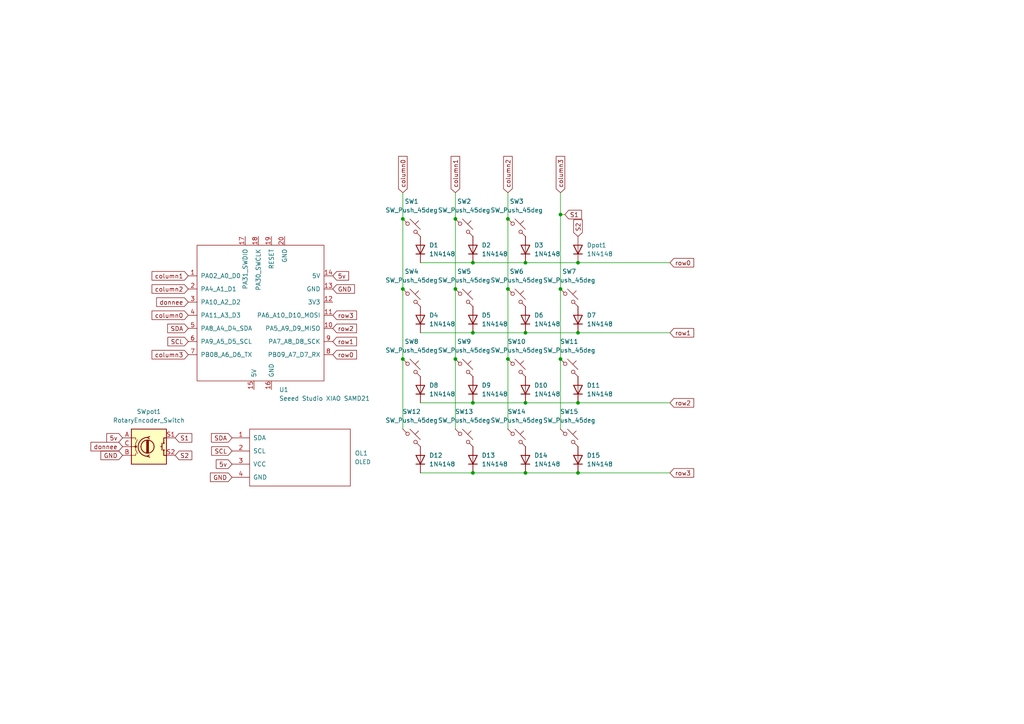
<source format=kicad_sch>
(kicad_sch (version 20231120) (generator "eeschema") (generator_version "8.0")
  (paper "A4")
  (lib_symbols
    (symbol "Device:RotaryEncoder_Switch" (pin_names (offset 0.254) hide)
      (property "Reference" "SW" (at 0 6.604 0))
      (property "Value" "RotaryEncoder_Switch" (at 0 -6.604 0))
      (symbol "RotaryEncoder_Switch_0_1"
        (rectangle (start -5.08 5.08) (end 5.08 -5.08) (stroke (width 0.254)) (fill (type background)))
        (circle (center -3.81 0) (radius 0.254) (fill (type outline)))
        (circle (center -0.381 0) (radius 1.905) (stroke (width 0.254)))
        (arc (start -0.381 2.667) (mid -3.0988 -0.0635) (end -0.381 -2.794) (stroke (width 0.254)))
        (polyline (pts (xy -0.635 -1.778) (xy -0.635 1.778)) (stroke (width 0.254)))
        (polyline (pts (xy -0.381 -1.778) (xy -0.381 1.778)) (stroke (width 0.254)))
        (polyline (pts (xy -0.127 1.778) (xy -0.127 -1.778)) (stroke (width 0.254)))
        (polyline (pts (xy 3.81 0) (xy 3.429 0)) (stroke (width 0.254)))
        (polyline (pts (xy 3.81 1.016) (xy 3.81 -1.016)) (stroke (width 0.254)))
        (polyline (pts (xy -5.08 -2.54) (xy -3.81 -2.54) (xy -3.81 -2.032)))
        (polyline (pts (xy -5.08 2.54) (xy -3.81 2.54) (xy -3.81 2.032)))
        (polyline (pts (xy 0.254 -3.048) (xy -0.508 -2.794) (xy 0.127 -2.413)) (stroke (width 0.254)))
        (polyline (pts (xy 0.254 2.921) (xy -0.508 2.667) (xy 0.127 2.286)) (stroke (width 0.254)))
        (polyline (pts (xy 5.08 -2.54) (xy 4.318 -2.54) (xy 4.318 -1.016)) (stroke (width 0.254)))
        (polyline (pts (xy 5.08 2.54) (xy 4.318 2.54) (xy 4.318 1.016)) (stroke (width 0.254)))
        (polyline (pts (xy -5.08 0) (xy -3.81 0) (xy -3.81 -1.016) (xy -3.302 -2.032)))
        (polyline (pts (xy -4.318 0) (xy -3.81 0) (xy -3.81 1.016) (xy -3.302 2.032)))
        (circle (center 4.318 -1.016) (radius 0.127) (stroke (width 0.254)))
        (circle (center 4.318 1.016) (radius 0.127) (stroke (width 0.254)))
      )
      (symbol "RotaryEncoder_Switch_1_1"
        (pin passive line (at -7.62 2.54 0) (length 2.54) (name "A") (number "A"))
        (pin passive line (at -7.62 -2.54 0) (length 2.54) (name "B") (number "B"))
        (pin passive line (at -7.62 0 0) (length 2.54) (name "C") (number "C"))
        (pin passive line (at 7.62 2.54 180) (length 2.54) (name "S1") (number "S1"))
        (pin passive line (at 7.62 -2.54 180) (length 2.54) (name "S2") (number "S2"))
      )
    )
    (symbol "Diode:1N4148" (pin_numbers hide) (pin_names hide)
      (property "Reference" "D" (at 0 2.54 0))
      (property "Value" "1N4148" (at 0 -2.54 0))
      (symbol "1N4148_0_1"
        (polyline (pts (xy -1.27 1.27) (xy -1.27 -1.27)) (stroke (width 0.254)))
        (polyline (pts (xy 1.27 0) (xy -1.27 0)))
        (polyline (pts (xy 1.27 1.27) (xy 1.27 -1.27) (xy -1.27 0) (xy 1.27 1.27)) (stroke (width 0.254)))
      )
      (symbol "1N4148_1_1"
        (pin passive line (at -3.81 0 0) (length 2.54) (name "K") (number "1"))
        (pin passive line (at 3.81 0 180) (length 2.54) (name "A") (number "2"))
      )
    )
    (symbol "I2C_OLED:OLED" (pin_names (offset 1.016))
      (property "Reference" "OL" (at 0 2.54 0))
      (property "Value" "OLED" (at 0 -1.27 0))
      (symbol "OLED_0_1"
        (rectangle (start -13.97 8.89) (end 15.24 -7.62))
      )
      (symbol "OLED_1_1"
        (pin bidirectional line (at -19.05 6.35 0) (length 5.08) (name "SDA") (number "1"))
        (pin bidirectional line (at -19.05 2.54 0) (length 5.08) (name "SCL") (number "2"))
        (pin power_in line (at -19.05 -1.27 0) (length 5.08) (name "VCC") (number "3"))
        (pin power_in line (at -19.05 -5.08 0) (length 5.08) (name "GND") (number "4"))
      )
    )
    (symbol "Seeed_Studio_XIAO_Series:Seeed Studio XIAO SAMD21" (pin_names (offset 1.016))
      (property "Reference" "U" (at -19.05 22.86 0))
      (property "Value" "Seeed Studio XIAO SAMD21" (at -12.7 21.59 0))
      (symbol "Seeed Studio XIAO SAMD21_0_1"
        (rectangle (start -19.05 20.32) (end 17.78 -19.05))
      )
      (symbol "Seeed Studio XIAO SAMD21_1_1"
        (pin unspecified line (at -21.59 11.43 0) (length 2.54) (name "PA02_A0_D0") (number "1"))
        (pin unspecified line (at 20.32 -3.81 180) (length 2.54) (name "PA5_A9_D9_MISO") (number "10"))
        (pin unspecified line (at 20.32 0 180) (length 2.54) (name "PA6_A10_D10_MOSI") (number "11"))
        (pin unspecified line (at 20.32 3.81 180) (length 2.54) (name "3V3") (number "12"))
        (pin unspecified line (at 20.32 7.62 180) (length 2.54) (name "GND") (number "13"))
        (pin unspecified line (at 20.32 11.43 180) (length 2.54) (name "5V") (number "14"))
        (pin input line (at -2.54 -21.59 90) (length 2.54) (name "5V") (number "15"))
        (pin input line (at 2.54 -21.59 90) (length 2.54) (name "GND") (number "16"))
        (pin input line (at -5.08 22.86 270) (length 2.54) (name "PA31_SWDIO") (number "17"))
        (pin input line (at -1.27 22.86 270) (length 2.54) (name "PA30_SWCLK") (number "18"))
        (pin input line (at 2.54 22.86 270) (length 2.54) (name "RESET") (number "19"))
        (pin unspecified line (at -21.59 7.62 0) (length 2.54) (name "PA4_A1_D1") (number "2"))
        (pin input line (at 6.35 22.86 270) (length 2.54) (name "GND") (number "20"))
        (pin unspecified line (at -21.59 3.81 0) (length 2.54) (name "PA10_A2_D2") (number "3"))
        (pin unspecified line (at -21.59 0 0) (length 2.54) (name "PA11_A3_D3") (number "4"))
        (pin unspecified line (at -21.59 -3.81 0) (length 2.54) (name "PA8_A4_D4_SDA") (number "5"))
        (pin unspecified line (at -21.59 -7.62 0) (length 2.54) (name "PA9_A5_D5_SCL") (number "6"))
        (pin unspecified line (at -21.59 -11.43 0) (length 2.54) (name "PB08_A6_D6_TX") (number "7"))
        (pin unspecified line (at 20.32 -11.43 180) (length 2.54) (name "PB09_A7_D7_RX") (number "8"))
        (pin unspecified line (at 20.32 -7.62 180) (length 2.54) (name "PA7_A8_D8_SCK") (number "9"))
      )
    )
    (symbol "Switch:SW_Push_45deg" (pin_numbers hide) (pin_names (offset 1.016) hide)
      (property "Reference" "SW" (at 3.048 1.016 0))
      (property "Value" "SW_Push_45deg" (at 0 -3.81 0))
      (symbol "SW_Push_45deg_0_1"
        (circle (center -1.1684 1.1684) (radius 0.508))
        (polyline (pts (xy -0.508 2.54) (xy 2.54 -0.508)))
        (polyline (pts (xy 1.016 1.016) (xy 2.032 2.032)))
        (polyline (pts (xy -2.54 2.54) (xy -1.524 1.524) (xy -1.524 1.524)))
        (polyline (pts (xy 1.524 -1.524) (xy 2.54 -2.54) (xy 2.54 -2.54) (xy 2.54 -2.54)))
        (circle (center 1.143 -1.1938) (radius 0.508))
        (pin passive line (at -2.54 2.54 0) (length 0) (name "1") (number "1"))
        (pin passive line (at 2.54 -2.54 180) (length 0) (name "2") (number "2"))
      )
    )
  )
  (junction (at 152.4 116.84))
  (junction (at 167.64 116.84))
  (junction (at 116.84 83.82))
  (junction (at 152.4 76.2))
  (junction (at 152.4 96.52))
  (junction (at 132.08 63.5))
  (junction (at 167.64 137.16))
  (junction (at 137.16 76.2))
  (junction (at 162.56 83.82))
  (junction (at 162.56 62.23))
  (junction (at 152.4 137.16))
  (junction (at 116.84 63.5))
  (junction (at 167.64 76.2))
  (junction (at 132.08 104.14))
  (junction (at 137.16 96.52))
  (junction (at 147.32 63.5))
  (junction (at 167.64 96.52))
  (junction (at 137.16 137.16))
  (junction (at 137.16 116.84))
  (junction (at 147.32 104.14))
  (junction (at 116.84 104.14))
  (junction (at 132.08 83.82))
  (junction (at 162.56 104.14))
  (junction (at 147.32 83.82))
  (wire (pts (xy 167.64 76.2) (xy 194.31 76.2)))
  (wire (pts (xy 132.08 104.14) (xy 132.08 124.46)))
  (wire (pts (xy 167.64 116.84) (xy 194.31 116.84)))
  (wire (pts (xy 132.08 63.5) (xy 132.08 83.82)))
  (wire (pts (xy 132.08 55.88) (xy 132.08 63.5)))
  (wire (pts (xy 147.32 104.14) (xy 147.32 124.46)))
  (wire (pts (xy 116.84 104.14) (xy 116.84 124.46)))
  (wire (pts (xy 162.56 83.82) (xy 162.56 104.14)))
  (wire (pts (xy 121.92 137.16) (xy 137.16 137.16)))
  (wire (pts (xy 152.4 96.52) (xy 167.64 96.52)))
  (wire (pts (xy 121.92 96.52) (xy 137.16 96.52)))
  (wire (pts (xy 137.16 137.16) (xy 152.4 137.16)))
  (wire (pts (xy 167.64 137.16) (xy 194.31 137.16)))
  (wire (pts (xy 137.16 76.2) (xy 152.4 76.2)))
  (wire (pts (xy 116.84 63.5) (xy 116.84 83.82)))
  (wire (pts (xy 152.4 116.84) (xy 167.64 116.84)))
  (wire (pts (xy 147.32 63.5) (xy 147.32 83.82)))
  (wire (pts (xy 162.56 55.88) (xy 162.56 62.23)))
  (wire (pts (xy 132.08 83.82) (xy 132.08 104.14)))
  (wire (pts (xy 152.4 76.2) (xy 167.64 76.2)))
  (wire (pts (xy 152.4 137.16) (xy 167.64 137.16)))
  (wire (pts (xy 137.16 96.52) (xy 152.4 96.52)))
  (wire (pts (xy 137.16 116.84) (xy 152.4 116.84)))
  (wire (pts (xy 116.84 83.82) (xy 116.84 104.14)))
  (wire (pts (xy 121.92 76.2) (xy 137.16 76.2)))
  (wire (pts (xy 147.32 83.82) (xy 147.32 104.14)))
  (wire (pts (xy 163.83 62.23) (xy 162.56 62.23)))
  (wire (pts (xy 116.84 55.88) (xy 116.84 63.5)))
  (wire (pts (xy 162.56 104.14) (xy 162.56 124.46)))
  (wire (pts (xy 147.32 55.88) (xy 147.32 63.5)))
  (wire (pts (xy 162.56 62.23) (xy 162.56 83.82)))
  (wire (pts (xy 167.64 96.52) (xy 194.31 96.52)))
  (wire (pts (xy 121.92 116.84) (xy 137.16 116.84)))
  (global_label "SCL" (shape input) (at 67.31 130.81 180) (property "Intersheetrefs" "${INTERSHEET_REFS}" (effects (hide yes))))
  (global_label "donnee" (shape input) (at 35.56 129.54 180) (property "Intersheetrefs" "${INTERSHEET_REFS}" (effects (hide yes))))
  (global_label "column1" (shape input) (at 54.61 80.01 180) (property "Intersheetrefs" "${INTERSHEET_REFS}" (effects (hide yes))))
  (global_label "row0" (shape input) (at 194.31 76.2 0) (property "Intersheetrefs" "${INTERSHEET_REFS}" (effects (hide yes))))
  (global_label "5v" (shape input) (at 67.31 134.62 180) (property "Intersheetrefs" "${INTERSHEET_REFS}" (effects (hide yes))))
  (global_label "column1" (shape input) (at 132.08 55.88 90) (property "Intersheetrefs" "${INTERSHEET_REFS}" (effects (hide yes))))
  (global_label "column0" (shape input) (at 116.84 55.88 90) (property "Intersheetrefs" "${INTERSHEET_REFS}" (effects (hide yes))))
  (global_label "GND" (shape input) (at 67.31 138.43 180) (property "Intersheetrefs" "${INTERSHEET_REFS}" (effects (hide yes))))
  (global_label "row2" (shape input) (at 194.31 116.84 0) (property "Intersheetrefs" "${INTERSHEET_REFS}" (effects (hide yes))))
  (global_label "donnee" (shape input) (at 54.61 87.63 180) (property "Intersheetrefs" "${INTERSHEET_REFS}" (effects (hide yes))))
  (global_label "SDA" (shape input) (at 67.31 127 180) (property "Intersheetrefs" "${INTERSHEET_REFS}" (effects (hide yes))))
  (global_label "row1" (shape input) (at 194.31 96.52 0) (property "Intersheetrefs" "${INTERSHEET_REFS}" (effects (hide yes))))
  (global_label "column2" (shape input) (at 147.32 55.88 90) (property "Intersheetrefs" "${INTERSHEET_REFS}" (effects (hide yes))))
  (global_label "S1" (shape input) (at 163.83 62.23 0) (property "Intersheetrefs" "${INTERSHEET_REFS}" (effects (hide yes))))
  (global_label "S2" (shape input) (at 50.8 132.08 0) (property "Intersheetrefs" "${INTERSHEET_REFS}" (effects (hide yes))))
  (global_label "5v" (shape input) (at 96.52 80.01 0) (property "Intersheetrefs" "${INTERSHEET_REFS}" (effects (hide yes))))
  (global_label "column2" (shape input) (at 54.61 83.82 180) (property "Intersheetrefs" "${INTERSHEET_REFS}" (effects (hide yes))))
  (global_label "GND" (shape input) (at 96.52 83.82 0) (property "Intersheetrefs" "${INTERSHEET_REFS}" (effects (hide yes))))
  (global_label "S2" (shape input) (at 167.64 68.58 90) (property "Intersheetrefs" "${INTERSHEET_REFS}" (effects (hide yes))))
  (global_label "SDA" (shape input) (at 54.61 95.25 180) (property "Intersheetrefs" "${INTERSHEET_REFS}" (effects (hide yes))))
  (global_label "GND" (shape input) (at 35.56 132.08 180) (property "Intersheetrefs" "${INTERSHEET_REFS}" (effects (hide yes))))
  (global_label "5v" (shape input) (at 35.56 127 180) (property "Intersheetrefs" "${INTERSHEET_REFS}" (effects (hide yes))))
  (global_label "row0" (shape input) (at 96.52 102.87 0) (property "Intersheetrefs" "${INTERSHEET_REFS}" (effects (hide yes))))
  (global_label "column3" (shape input) (at 54.61 102.87 180) (property "Intersheetrefs" "${INTERSHEET_REFS}" (effects (hide yes))))
  (global_label "row3" (shape input) (at 194.31 137.16 0) (property "Intersheetrefs" "${INTERSHEET_REFS}" (effects (hide yes))))
  (global_label "row1" (shape input) (at 96.52 99.06 0) (property "Intersheetrefs" "${INTERSHEET_REFS}" (effects (hide yes))))
  (global_label "column3" (shape input) (at 162.56 55.88 90) (property "Intersheetrefs" "${INTERSHEET_REFS}" (effects (hide yes))))
  (global_label "column0" (shape input) (at 54.61 91.44 180) (property "Intersheetrefs" "${INTERSHEET_REFS}" (effects (hide yes))))
  (global_label "SCL" (shape input) (at 54.61 99.06 180) (property "Intersheetrefs" "${INTERSHEET_REFS}" (effects (hide yes))))
  (global_label "row2" (shape input) (at 96.52 95.25 0) (property "Intersheetrefs" "${INTERSHEET_REFS}" (effects (hide yes))))
  (global_label "row3" (shape input) (at 96.52 91.44 0) (property "Intersheetrefs" "${INTERSHEET_REFS}" (effects (hide yes))))
  (global_label "S1" (shape input) (at 50.8 127 0) (property "Intersheetrefs" "${INTERSHEET_REFS}" (effects (hide yes))))
  (symbol (lib_id "Switch:SW_Push_45deg") (at 119.38 127 0) (unit 1)
    (property "Reference" "SW12" (at 119.38 119.38 0))
    (property "Value" "SW_Push_45deg" (at 119.38 121.92 0))
    (property "Footprint" "Button_Switch_Keyboard:SW_Cherry_MX_1.00u_PCB" (effects (hide yes)))
    (property "Description" "Push button switch, normally open, two pins, 45° tilted" (effects (hide yes)))
  )
  (symbol (lib_id "Switch:SW_Push_45deg") (at 149.86 86.36 0) (unit 1)
    (property "Reference" "SW6" (at 149.86 78.74 0))
    (property "Value" "SW_Push_45deg" (at 149.86 81.28 0))
    (property "Footprint" "Button_Switch_Keyboard:SW_Cherry_MX_1.00u_PCB" (effects (hide yes)))
    (property "Description" "Push button switch, normally open, two pins, 45° tilted" (effects (hide yes)))
  )
  (symbol (lib_id "Diode:1N4148") (at 167.64 92.71 90) (unit 1)
    (property "Reference" "D7" (at 170.18 91.4399 90) (effects (justify right)))
    (property "Value" "1N4148" (at 170.18 93.9799 90) (effects (justify right)))
    (property "Footprint" "Diode_THT:D_DO-35_SOD27_P7.62mm_Horizontal" (effects (hide yes)))
    (property "Datasheet" "https://assets.nexperia.com/documents/data-sheet/1N4148_1N4448.pdf" (effects (hide yes)))
    (property "Description" "100V 0.15A standard switching diode, DO-35" (effects (hide yes)))
    (property "Sim.Device" "D" (effects (hide yes)))
    (property "Sim.Pins" "1=K 2=A" (effects (hide yes)))
  )
  (symbol (lib_id "Diode:1N4148") (at 121.92 92.71 90) (unit 1)
    (property "Reference" "D4" (at 124.46 91.4399 90) (effects (justify right)))
    (property "Value" "1N4148" (at 124.46 93.9799 90) (effects (justify right)))
    (property "Footprint" "Diode_THT:D_DO-35_SOD27_P7.62mm_Horizontal" (effects (hide yes)))
    (property "Datasheet" "https://assets.nexperia.com/documents/data-sheet/1N4148_1N4448.pdf" (effects (hide yes)))
    (property "Description" "100V 0.15A standard switching diode, DO-35" (effects (hide yes)))
    (property "Sim.Device" "D" (effects (hide yes)))
    (property "Sim.Pins" "1=K 2=A" (effects (hide yes)))
  )
  (symbol (lib_id "Diode:1N4148") (at 137.16 92.71 90) (unit 1)
    (property "Reference" "D5" (at 139.7 91.4399 90) (effects (justify right)))
    (property "Value" "1N4148" (at 139.7 93.9799 90) (effects (justify right)))
    (property "Footprint" "Diode_THT:D_DO-35_SOD27_P7.62mm_Horizontal" (effects (hide yes)))
    (property "Datasheet" "https://assets.nexperia.com/documents/data-sheet/1N4148_1N4448.pdf" (effects (hide yes)))
    (property "Description" "100V 0.15A standard switching diode, DO-35" (effects (hide yes)))
    (property "Sim.Device" "D" (effects (hide yes)))
    (property "Sim.Pins" "1=K 2=A" (effects (hide yes)))
  )
  (symbol (lib_id "Switch:SW_Push_45deg") (at 134.62 66.04 0) (unit 1)
    (property "Reference" "SW2" (at 134.62 58.42 0))
    (property "Value" "SW_Push_45deg" (at 134.62 60.96 0))
    (property "Footprint" "Button_Switch_Keyboard:SW_Cherry_MX_1.00u_PCB" (effects (hide yes)))
    (property "Description" "Push button switch, normally open, two pins, 45° tilted" (effects (hide yes)))
  )
  (symbol (lib_id "Switch:SW_Push_45deg") (at 119.38 106.68 0) (unit 1)
    (property "Reference" "SW8" (at 119.38 99.06 0))
    (property "Value" "SW_Push_45deg" (at 119.38 101.6 0))
    (property "Footprint" "Button_Switch_Keyboard:SW_Cherry_MX_1.00u_PCB" (effects (hide yes)))
    (property "Description" "Push button switch, normally open, two pins, 45° tilted" (effects (hide yes)))
  )
  (symbol (lib_id "Device:RotaryEncoder_Switch") (at 43.18 129.54 0) (unit 1)
    (property "Reference" "SWpot1" (at 43.18 119.38 0))
    (property "Value" "RotaryEncoder_Switch" (at 43.18 121.92 0))
    (property "Footprint" "Rotary_Encoder1:RotaryEncoder_Alps_EC11E-Switch_Vertical_H20mm" (effects (hide yes)))
    (property "Description" "Rotary encoder, dual channel, incremental quadrate outputs, with switch" (effects (hide yes)))
  )
  (symbol (lib_id "Diode:1N4148") (at 121.92 72.39 90) (unit 1)
    (property "Reference" "D1" (at 124.46 71.1199 90) (effects (justify right)))
    (property "Value" "1N4148" (at 124.46 73.6599 90) (effects (justify right)))
    (property "Footprint" "Diode_THT:D_DO-35_SOD27_P7.62mm_Horizontal" (effects (hide yes)))
    (property "Datasheet" "https://assets.nexperia.com/documents/data-sheet/1N4148_1N4448.pdf" (effects (hide yes)))
    (property "Description" "100V 0.15A standard switching diode, DO-35" (effects (hide yes)))
    (property "Sim.Device" "D" (effects (hide yes)))
    (property "Sim.Pins" "1=K 2=A" (effects (hide yes)))
  )
  (symbol (lib_id "Switch:SW_Push_45deg") (at 165.1 127 0) (unit 1)
    (property "Reference" "SW15" (at 165.1 119.38 0))
    (property "Value" "SW_Push_45deg" (at 165.1 121.92 0))
    (property "Footprint" "Button_Switch_Keyboard:SW_Cherry_MX_1.00u_PCB" (effects (hide yes)))
    (property "Description" "Push button switch, normally open, two pins, 45° tilted" (effects (hide yes)))
  )
  (symbol (lib_id "Diode:1N4148") (at 137.16 113.03 90) (unit 1)
    (property "Reference" "D9" (at 139.7 111.7599 90) (effects (justify right)))
    (property "Value" "1N4148" (at 139.7 114.2999 90) (effects (justify right)))
    (property "Footprint" "Diode_THT:D_DO-35_SOD27_P7.62mm_Horizontal" (effects (hide yes)))
    (property "Datasheet" "https://assets.nexperia.com/documents/data-sheet/1N4148_1N4448.pdf" (effects (hide yes)))
    (property "Description" "100V 0.15A standard switching diode, DO-35" (effects (hide yes)))
    (property "Sim.Device" "D" (effects (hide yes)))
    (property "Sim.Pins" "1=K 2=A" (effects (hide yes)))
  )
  (symbol (lib_id "Diode:1N4148") (at 152.4 113.03 90) (unit 1)
    (property "Reference" "D10" (at 154.94 111.7599 90) (effects (justify right)))
    (property "Value" "1N4148" (at 154.94 114.2999 90) (effects (justify right)))
    (property "Footprint" "Diode_THT:D_DO-35_SOD27_P7.62mm_Horizontal" (effects (hide yes)))
    (property "Datasheet" "https://assets.nexperia.com/documents/data-sheet/1N4148_1N4448.pdf" (effects (hide yes)))
    (property "Description" "100V 0.15A standard switching diode, DO-35" (effects (hide yes)))
    (property "Sim.Device" "D" (effects (hide yes)))
    (property "Sim.Pins" "1=K 2=A" (effects (hide yes)))
  )
  (symbol (lib_id "Switch:SW_Push_45deg") (at 134.62 86.36 0) (unit 1)
    (property "Reference" "SW5" (at 134.62 78.74 0))
    (property "Value" "SW_Push_45deg" (at 134.62 81.28 0))
    (property "Footprint" "Button_Switch_Keyboard:SW_Cherry_MX_1.00u_PCB" (effects (hide yes)))
    (property "Description" "Push button switch, normally open, two pins, 45° tilted" (effects (hide yes)))
  )
  (symbol (lib_id "Switch:SW_Push_45deg") (at 149.86 66.04 0) (unit 1)
    (property "Reference" "SW3" (at 149.86 58.42 0))
    (property "Value" "SW_Push_45deg" (at 149.86 60.96 0))
    (property "Footprint" "Button_Switch_Keyboard:SW_Cherry_MX_1.00u_PCB" (effects (hide yes)))
    (property "Description" "Push button switch, normally open, two pins, 45° tilted" (effects (hide yes)))
  )
  (symbol (lib_id "Diode:1N4148") (at 152.4 133.35 90) (unit 1)
    (property "Reference" "D14" (at 154.94 132.0799 90) (effects (justify right)))
    (property "Value" "1N4148" (at 154.94 134.6199 90) (effects (justify right)))
    (property "Footprint" "Diode_THT:D_DO-35_SOD27_P7.62mm_Horizontal" (effects (hide yes)))
    (property "Datasheet" "https://assets.nexperia.com/documents/data-sheet/1N4148_1N4448.pdf" (effects (hide yes)))
    (property "Description" "100V 0.15A standard switching diode, DO-35" (effects (hide yes)))
    (property "Sim.Device" "D" (effects (hide yes)))
    (property "Sim.Pins" "1=K 2=A" (effects (hide yes)))
  )
  (symbol (lib_id "Diode:1N4148") (at 167.64 113.03 90) (unit 1)
    (property "Reference" "D11" (at 170.18 111.7599 90) (effects (justify right)))
    (property "Value" "1N4148" (at 170.18 114.2999 90) (effects (justify right)))
    (property "Footprint" "Diode_THT:D_DO-35_SOD27_P7.62mm_Horizontal" (effects (hide yes)))
    (property "Datasheet" "https://assets.nexperia.com/documents/data-sheet/1N4148_1N4448.pdf" (effects (hide yes)))
    (property "Description" "100V 0.15A standard switching diode, DO-35" (effects (hide yes)))
    (property "Sim.Device" "D" (effects (hide yes)))
    (property "Sim.Pins" "1=K 2=A" (effects (hide yes)))
  )
  (symbol (lib_id "Switch:SW_Push_45deg") (at 149.86 127 0) (unit 1)
    (property "Reference" "SW14" (at 149.86 119.38 0))
    (property "Value" "SW_Push_45deg" (at 149.86 121.92 0))
    (property "Footprint" "Button_Switch_Keyboard:SW_Cherry_MX_1.00u_PCB" (effects (hide yes)))
    (property "Description" "Push button switch, normally open, two pins, 45° tilted" (effects (hide yes)))
  )
  (symbol (lib_id "Diode:1N4148") (at 152.4 92.71 90) (unit 1)
    (property "Reference" "D6" (at 154.94 91.4399 90) (effects (justify right)))
    (property "Value" "1N4148" (at 154.94 93.9799 90) (effects (justify right)))
    (property "Footprint" "Diode_THT:D_DO-35_SOD27_P7.62mm_Horizontal" (effects (hide yes)))
    (property "Datasheet" "https://assets.nexperia.com/documents/data-sheet/1N4148_1N4448.pdf" (effects (hide yes)))
    (property "Description" "100V 0.15A standard switching diode, DO-35" (effects (hide yes)))
    (property "Sim.Device" "D" (effects (hide yes)))
    (property "Sim.Pins" "1=K 2=A" (effects (hide yes)))
  )
  (symbol (lib_id "Diode:1N4148") (at 167.64 133.35 90) (unit 1)
    (property "Reference" "D15" (at 170.18 132.0799 90) (effects (justify right)))
    (property "Value" "1N4148" (at 170.18 134.6199 90) (effects (justify right)))
    (property "Footprint" "Diode_THT:D_DO-35_SOD27_P7.62mm_Horizontal" (effects (hide yes)))
    (property "Datasheet" "https://assets.nexperia.com/documents/data-sheet/1N4148_1N4448.pdf" (effects (hide yes)))
    (property "Description" "100V 0.15A standard switching diode, DO-35" (effects (hide yes)))
    (property "Sim.Device" "D" (effects (hide yes)))
    (property "Sim.Pins" "1=K 2=A" (effects (hide yes)))
  )
  (symbol (lib_id "Seeed_Studio_XIAO_Series:Seeed Studio XIAO SAMD21") (at 76.2 91.44 0) (unit 1)
    (property "Reference" "U1" (at 80.9341 113.03 0) (effects (justify left)))
    (property "Value" "Seeed Studio XIAO SAMD21" (at 80.9341 115.57 0) (effects (justify left)))
    (property "Footprint" "Seeed Studio XIAO Series Library:XIAO-SAMD21-DIP" (effects (hide yes)))
  )
  (symbol (lib_id "Diode:1N4148") (at 121.92 133.35 90) (unit 1)
    (property "Reference" "D12" (at 124.46 132.0799 90) (effects (justify right)))
    (property "Value" "1N4148" (at 124.46 134.6199 90) (effects (justify right)))
    (property "Footprint" "Diode_THT:D_DO-35_SOD27_P7.62mm_Horizontal" (effects (hide yes)))
    (property "Datasheet" "https://assets.nexperia.com/documents/data-sheet/1N4148_1N4448.pdf" (effects (hide yes)))
    (property "Description" "100V 0.15A standard switching diode, DO-35" (effects (hide yes)))
    (property "Sim.Device" "D" (effects (hide yes)))
    (property "Sim.Pins" "1=K 2=A" (effects (hide yes)))
  )
  (symbol (lib_id "Diode:1N4148") (at 121.92 113.03 90) (unit 1)
    (property "Reference" "D8" (at 124.46 111.7599 90) (effects (justify right)))
    (property "Value" "1N4148" (at 124.46 114.2999 90) (effects (justify right)))
    (property "Footprint" "Diode_THT:D_DO-35_SOD27_P7.62mm_Horizontal" (effects (hide yes)))
    (property "Datasheet" "https://assets.nexperia.com/documents/data-sheet/1N4148_1N4448.pdf" (effects (hide yes)))
    (property "Description" "100V 0.15A standard switching diode, DO-35" (effects (hide yes)))
    (property "Sim.Device" "D" (effects (hide yes)))
    (property "Sim.Pins" "1=K 2=A" (effects (hide yes)))
  )
  (symbol (lib_id "Diode:1N4148") (at 167.64 72.39 90) (unit 1)
    (property "Reference" "Dpot1" (at 170.18 71.1199 90) (effects (justify right)))
    (property "Value" "1N4148" (at 170.18 73.6599 90) (effects (justify right)))
    (property "Footprint" "Diode_THT:D_DO-35_SOD27_P7.62mm_Horizontal" (effects (hide yes)))
    (property "Datasheet" "https://assets.nexperia.com/documents/data-sheet/1N4148_1N4448.pdf" (effects (hide yes)))
    (property "Description" "100V 0.15A standard switching diode, DO-35" (effects (hide yes)))
    (property "Sim.Device" "D" (effects (hide yes)))
    (property "Sim.Pins" "1=K 2=A" (effects (hide yes)))
  )
  (symbol (lib_id "Switch:SW_Push_45deg") (at 134.62 127 0) (unit 1)
    (property "Reference" "SW13" (at 134.62 119.38 0))
    (property "Value" "SW_Push_45deg" (at 134.62 121.92 0))
    (property "Footprint" "Button_Switch_Keyboard:SW_Cherry_MX_1.00u_PCB" (effects (hide yes)))
    (property "Description" "Push button switch, normally open, two pins, 45° tilted" (effects (hide yes)))
  )
  (symbol (lib_id "Switch:SW_Push_45deg") (at 165.1 86.36 0) (unit 1)
    (property "Reference" "SW7" (at 165.1 78.74 0))
    (property "Value" "SW_Push_45deg" (at 165.1 81.28 0))
    (property "Footprint" "Button_Switch_Keyboard:SW_Cherry_MX_1.00u_PCB" (effects (hide yes)))
    (property "Description" "Push button switch, normally open, two pins, 45° tilted" (effects (hide yes)))
  )
  (symbol (lib_id "Diode:1N4148") (at 137.16 133.35 90) (unit 1)
    (property "Reference" "D13" (at 139.7 132.0799 90) (effects (justify right)))
    (property "Value" "1N4148" (at 139.7 134.6199 90) (effects (justify right)))
    (property "Footprint" "Diode_THT:D_DO-35_SOD27_P7.62mm_Horizontal" (effects (hide yes)))
    (property "Datasheet" "https://assets.nexperia.com/documents/data-sheet/1N4148_1N4448.pdf" (effects (hide yes)))
    (property "Description" "100V 0.15A standard switching diode, DO-35" (effects (hide yes)))
    (property "Sim.Device" "D" (effects (hide yes)))
    (property "Sim.Pins" "1=K 2=A" (effects (hide yes)))
  )
  (symbol (lib_id "Diode:1N4148") (at 152.4 72.39 90) (unit 1)
    (property "Reference" "D3" (at 154.94 71.1199 90) (effects (justify right)))
    (property "Value" "1N4148" (at 154.94 73.6599 90) (effects (justify right)))
    (property "Footprint" "Diode_THT:D_DO-35_SOD27_P7.62mm_Horizontal" (effects (hide yes)))
    (property "Datasheet" "https://assets.nexperia.com/documents/data-sheet/1N4148_1N4448.pdf" (effects (hide yes)))
    (property "Description" "100V 0.15A standard switching diode, DO-35" (effects (hide yes)))
    (property "Sim.Device" "D" (effects (hide yes)))
    (property "Sim.Pins" "1=K 2=A" (effects (hide yes)))
  )
  (symbol (lib_id "Switch:SW_Push_45deg") (at 165.1 106.68 0) (unit 1)
    (property "Reference" "SW11" (at 165.1 99.06 0))
    (property "Value" "SW_Push_45deg" (at 165.1 101.6 0))
    (property "Footprint" "Button_Switch_Keyboard:SW_Cherry_MX_1.00u_PCB" (effects (hide yes)))
    (property "Description" "Push button switch, normally open, two pins, 45° tilted" (effects (hide yes)))
  )
  (symbol (lib_id "Switch:SW_Push_45deg") (at 134.62 106.68 0) (unit 1)
    (property "Reference" "SW9" (at 134.62 99.06 0))
    (property "Value" "SW_Push_45deg" (at 134.62 101.6 0))
    (property "Footprint" "Button_Switch_Keyboard:SW_Cherry_MX_1.00u_PCB" (effects (hide yes)))
    (property "Description" "Push button switch, normally open, two pins, 45° tilted" (effects (hide yes)))
  )
  (symbol (lib_id "Diode:1N4148") (at 137.16 72.39 90) (unit 1)
    (property "Reference" "D2" (at 139.7 71.1199 90) (effects (justify right)))
    (property "Value" "1N4148" (at 139.7 73.6599 90) (effects (justify right)))
    (property "Footprint" "Diode_THT:D_DO-35_SOD27_P7.62mm_Horizontal" (effects (hide yes)))
    (property "Datasheet" "https://assets.nexperia.com/documents/data-sheet/1N4148_1N4448.pdf" (effects (hide yes)))
    (property "Description" "100V 0.15A standard switching diode, DO-35" (effects (hide yes)))
    (property "Sim.Device" "D" (effects (hide yes)))
    (property "Sim.Pins" "1=K 2=A" (effects (hide yes)))
  )
  (symbol (lib_id "Switch:SW_Push_45deg") (at 119.38 86.36 0) (unit 1)
    (property "Reference" "SW4" (at 119.38 78.74 0))
    (property "Value" "SW_Push_45deg" (at 119.38 81.28 0))
    (property "Footprint" "Button_Switch_Keyboard:SW_Cherry_MX_1.00u_PCB" (effects (hide yes)))
    (property "Description" "Push button switch, normally open, two pins, 45° tilted" (effects (hide yes)))
  )
  (symbol (lib_id "Switch:SW_Push_45deg") (at 119.38 66.04 0) (unit 1)
    (property "Reference" "SW1" (at 119.38 58.42 0))
    (property "Value" "SW_Push_45deg" (at 119.38 60.96 0))
    (property "Footprint" "Button_Switch_Keyboard:SW_Cherry_MX_1.00u_PCB" (effects (hide yes)))
    (property "Description" "Push button switch, normally open, two pins, 45° tilted" (effects (hide yes)))
  )
  (symbol (lib_id "I2C_OLED:OLED") (at 86.36 133.35 0) (unit 1)
    (property "Reference" "OL1" (at 102.87 131.445 0) (effects (font (size 1.2954 1.2954)) (justify left)))
    (property "Value" "OLED" (at 102.87 133.985 0) (effects (font (size 1.1938 1.1938)) (justify left)))
    (property "Footprint" "SSD1306:128x64OLED" (effects (hide yes)))
  )
  (symbol (lib_id "Switch:SW_Push_45deg") (at 149.86 106.68 0) (unit 1)
    (property "Reference" "SW10" (at 149.86 99.06 0))
    (property "Value" "SW_Push_45deg" (at 149.86 101.6 0))
    (property "Footprint" "Button_Switch_Keyboard:SW_Cherry_MX_1.00u_PCB" (effects (hide yes)))
    (property "Description" "Push button switch, normally open, two pins, 45° tilted" (effects (hide yes)))
  )
)
</source>
